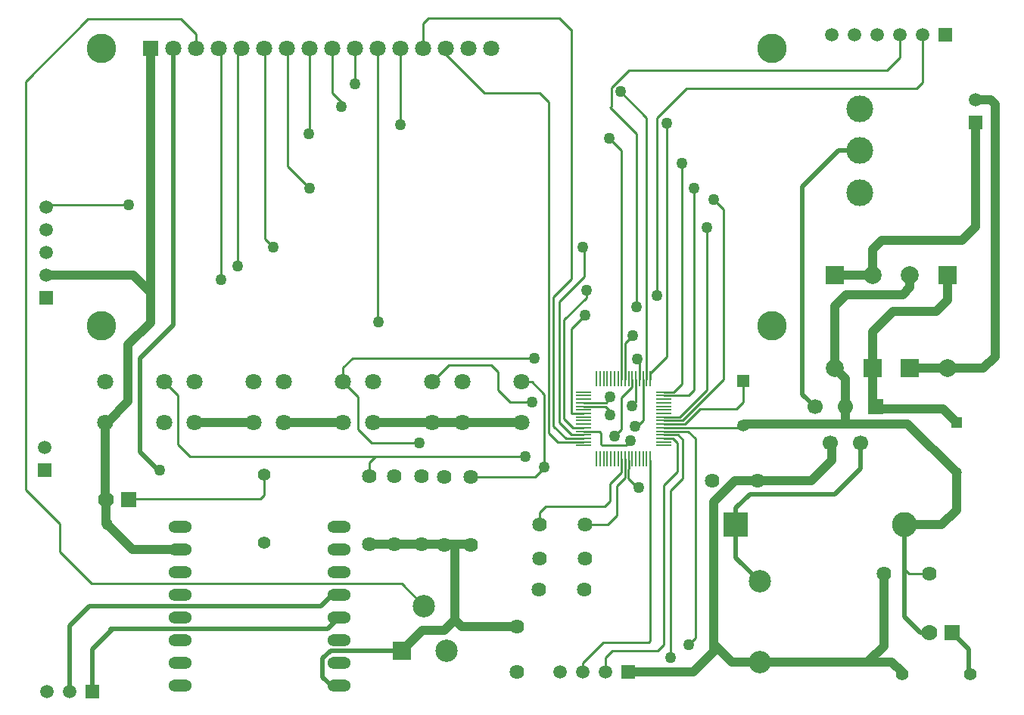
<source format=gtl>
%FSLAX44Y44*%
%MOMM*%
G71*
G01*
G75*
G04 Layer_Physical_Order=1*
G04 Layer_Color=255*
%ADD10R,1.8000X0.2300*%
%ADD11O,0.2300X1.8000*%
%ADD12R,0.2300X1.8000*%
%ADD13C,1.0000*%
%ADD14C,0.2540*%
%ADD15C,0.5000*%
%ADD16O,2.6416X1.3208*%
%ADD17C,1.5000*%
%ADD18R,1.5000X1.5000*%
%ADD19R,1.5000X1.5000*%
%ADD20C,2.8000*%
%ADD21R,2.8000X2.8000*%
%ADD22C,1.4000*%
%ADD23C,1.6256*%
%ADD24C,1.7000*%
%ADD25R,1.7000X1.7000*%
%ADD26C,1.8000*%
%ADD27C,3.0000*%
%ADD28R,1.3500X1.3500*%
%ADD29C,1.3500*%
%ADD30R,2.0000X2.0000*%
%ADD31C,2.0000*%
%ADD32C,2.5000*%
%ADD33R,1.8000X1.8000*%
%ADD34C,1.8000*%
%ADD35R,1.7780X1.7780*%
%ADD36C,1.7780*%
%ADD37R,2.0000X2.0000*%
%ADD38C,1.2000*%
%ADD39R,1.2000X1.2000*%
%ADD40C,1.2700*%
%ADD41C,3.3000*%
D10*
X946390Y640070D02*
D03*
Y636070D02*
D03*
Y632070D02*
D03*
Y628070D02*
D03*
Y624070D02*
D03*
Y620070D02*
D03*
Y616070D02*
D03*
Y612070D02*
D03*
Y608070D02*
D03*
Y604070D02*
D03*
Y600070D02*
D03*
Y596070D02*
D03*
Y592070D02*
D03*
Y588070D02*
D03*
Y584070D02*
D03*
Y580070D02*
D03*
X1036390D02*
D03*
Y584070D02*
D03*
Y588070D02*
D03*
Y592070D02*
D03*
Y596070D02*
D03*
Y600070D02*
D03*
Y604070D02*
D03*
Y608070D02*
D03*
Y612070D02*
D03*
Y616070D02*
D03*
Y620070D02*
D03*
Y624070D02*
D03*
Y628070D02*
D03*
Y632070D02*
D03*
Y636070D02*
D03*
Y640070D02*
D03*
D11*
X961390Y565070D02*
D03*
D12*
X965390D02*
D03*
X969390D02*
D03*
X973390D02*
D03*
X977390D02*
D03*
X981390D02*
D03*
X985390D02*
D03*
X989390D02*
D03*
X993390D02*
D03*
X997390D02*
D03*
X1001390D02*
D03*
X1005390D02*
D03*
X1009390D02*
D03*
X1013390D02*
D03*
X1017390D02*
D03*
X1021390D02*
D03*
Y655070D02*
D03*
X1017390D02*
D03*
X1013390D02*
D03*
X1009390D02*
D03*
X1005390D02*
D03*
X1001390D02*
D03*
X997390D02*
D03*
X993390D02*
D03*
X989390D02*
D03*
X985390D02*
D03*
X981390D02*
D03*
X977390D02*
D03*
X973390D02*
D03*
X969390D02*
D03*
X965390D02*
D03*
X961390D02*
D03*
D13*
X802640Y469900D02*
X820420D01*
X802640Y384810D02*
Y469900D01*
X765810D02*
X802640D01*
X443220Y770890D02*
X462270Y751840D01*
Y1024610D01*
Y717540D02*
Y751840D01*
X345440Y770890D02*
X443220D01*
X437515Y692785D02*
X462270Y717540D01*
X437515Y629285D02*
Y692785D01*
X413880Y605650D02*
X437515Y629285D01*
X412750Y492760D02*
X414020Y491490D01*
X441960Y463550D01*
X1228000Y771120D02*
X1270000D01*
X1385570Y825500D02*
Y942340D01*
X1370330Y810260D02*
X1385570Y825500D01*
X1280160Y810260D02*
X1370330D01*
X1270000Y800100D02*
X1280160Y810260D01*
X1270000Y771120D02*
Y800100D01*
X1312000Y666520D02*
X1354000D01*
X1385570Y967740D02*
X1402080D01*
X1354000Y666520D02*
X1394230D01*
X1407160Y679450D01*
Y962660D01*
X1402080Y967740D02*
X1407160Y962660D01*
X1228000Y666520D02*
Y736510D01*
X1312000Y757010D02*
Y771120D01*
X1228000Y736510D02*
X1240790Y749300D01*
X1304290D01*
X1312000Y757010D01*
X1270000Y666520D02*
Y707390D01*
X1292860Y730250D01*
X1341120D01*
X1354000Y743130D01*
Y771120D01*
X1270000Y626770D02*
Y666520D01*
X1348900Y621030D02*
X1363980Y605950D01*
X1270000Y626770D02*
X1273520Y623250D01*
X1275740Y621030D02*
X1348900D01*
X1363980Y508000D02*
Y549750D01*
X1347470Y491490D02*
X1363980Y508000D01*
X1305780Y491490D02*
X1347470D01*
X1228000Y666520D02*
X1239520Y655000D01*
Y623250D02*
Y655000D01*
X1239520Y623250D02*
X1239520Y623250D01*
X1141730Y541020D02*
X1201420D01*
X1224280Y563880D01*
Y581490D01*
X1239520Y608330D02*
Y623250D01*
X1116330Y541020D02*
X1141730D01*
X1092200Y516890D02*
X1116330Y541020D01*
X766140Y373380D02*
X791210D01*
X743280Y350520D02*
X766140Y373380D01*
X611500Y605650D02*
X677500D01*
X511500D02*
X577500D01*
X411500Y520680D02*
Y605650D01*
Y520680D02*
X412750Y519430D01*
X411500Y605650D02*
X413880D01*
X711500D02*
X777500D01*
X1291590Y337820D02*
X1303020Y326390D01*
Y323850D02*
Y326390D01*
X777500Y605650D02*
X811500D01*
X877500D01*
X1309210Y604520D02*
X1363980Y549750D01*
X1243330Y604520D02*
Y604520D01*
X1309210D01*
X1239520Y608330D02*
X1243330Y604520D01*
X1282700Y355600D02*
Y436880D01*
X1266190Y339090D02*
X1282700Y355600D01*
X1266190Y337820D02*
Y339090D01*
X1144270Y337820D02*
X1266190D01*
X1291590D01*
X1127360Y604520D02*
X1243330D01*
X1125220Y602380D02*
X1127360Y604520D01*
X707390Y469900D02*
X735330D01*
X765810D01*
X791210Y373380D02*
X802640Y384810D01*
X810260Y377190D02*
X872490D01*
X802640Y384810D02*
X810260Y377190D01*
X441960Y463550D02*
X495300D01*
X412750Y492760D02*
Y519430D01*
X1112520Y337820D02*
X1144270D01*
X1092200Y358140D02*
X1112520Y337820D01*
X1092200Y358140D02*
Y516890D01*
Y349250D02*
Y358140D01*
X996950Y326390D02*
X1069340D01*
X1092200Y349250D01*
D14*
X1103630Y654050D02*
Y844550D01*
X1092200Y855980D02*
X1103630Y844550D01*
X1057650Y608070D02*
X1103630Y654050D01*
X1036390Y608070D02*
X1057650D01*
X1084580Y642620D02*
Y824230D01*
X1054030Y612070D02*
X1084580Y642620D01*
X1036390Y612070D02*
X1054030D01*
X1125220Y628650D02*
Y652380D01*
X1117600Y621030D02*
X1125220Y628650D01*
X1076960Y621030D02*
X1117600D01*
X1060000Y604070D02*
X1076960Y621030D01*
X1036390Y604070D02*
X1060000D01*
X345440Y847090D02*
X347980Y849630D01*
X438150D01*
X933330Y711200D02*
X948570Y726440D01*
X933330Y616070D02*
Y711200D01*
Y616070D02*
X946390D01*
X971050Y624070D02*
X975360Y619760D01*
X946390Y624070D02*
X971050D01*
X1064260Y356870D02*
X1071880Y364490D01*
Y588010D01*
X1063820Y596070D02*
X1071880Y588010D01*
X1036390Y596070D02*
X1063820D01*
X1052580Y592070D02*
X1057910Y586740D01*
X1036390Y592070D02*
X1052580D01*
X1057910Y543560D02*
Y586740D01*
X1043940Y529590D02*
X1057910Y543560D01*
X1043940Y342900D02*
Y529590D01*
X1005770Y600640D02*
X1013390Y608260D01*
X392430Y1057910D02*
X496570D01*
X322580Y988060D02*
X392430Y1057910D01*
X322580Y530860D02*
Y988060D01*
Y530860D02*
X360670Y492770D01*
Y461020D02*
Y492770D01*
Y461020D02*
X396240Y425450D01*
X1000760Y624840D02*
X1005390Y629470D01*
Y653800D01*
X1001390Y645790D02*
Y653800D01*
X989330Y633730D02*
X1001390Y645790D01*
X989330Y598170D02*
Y633730D01*
X981710Y590550D02*
X989330Y598170D01*
X1007158Y533400D02*
X1008380D01*
X996999Y543559D02*
X1007158Y533400D01*
X1004570Y601980D02*
Y605790D01*
X694690Y598170D02*
X709930Y582930D01*
X694690Y598170D02*
Y634460D01*
X677500Y651650D02*
X694690Y634460D01*
X1013390Y608260D02*
Y653800D01*
X713740Y567690D02*
X881380D01*
X506730D02*
X713740D01*
X707390Y561340D02*
X713740Y567690D01*
X707390Y546100D02*
Y561340D01*
X477500Y651650D02*
X492760Y636390D01*
Y581660D02*
Y636390D01*
Y581660D02*
X506730Y567690D01*
X777500Y651650D02*
X796410Y670560D01*
X843280D01*
X850900Y662940D01*
Y642620D02*
Y662940D01*
Y642620D02*
X864870Y628650D01*
X889000D01*
X677500Y651650D02*
Y667340D01*
X688340Y678180D01*
X891540D01*
X877500Y651650D02*
X877640Y651510D01*
X889000D01*
X902970Y637540D01*
X996999Y543559D02*
X997390Y563800D01*
X614670Y1024610D02*
X615950Y1023330D01*
Y892810D02*
Y1023330D01*
Y892810D02*
X640080Y868680D01*
X1070610Y642220D02*
Y868680D01*
X639445Y929005D02*
X640070Y929630D01*
Y1024610D01*
X1056640Y648970D02*
Y896620D01*
X665470Y975370D02*
Y1024610D01*
Y975370D02*
X675640Y965200D01*
Y960120D02*
Y965200D01*
X1040130Y679450D02*
Y941070D01*
X1021390Y660710D02*
X1040130Y679450D01*
X1021390Y653800D02*
Y660710D01*
X690870Y985530D02*
Y1024610D01*
X988060Y976630D02*
X1017390Y947300D01*
Y653800D02*
Y947300D01*
X716270Y720100D02*
Y1024610D01*
X993390Y694940D02*
X1002030Y703580D01*
X993390Y653800D02*
Y694940D01*
X741670Y1024610D02*
X741680Y1024600D01*
Y939800D02*
Y1024600D01*
X975360Y924560D02*
X989390Y910530D01*
Y653800D02*
Y910530D01*
X767070Y1052840D02*
X773410Y1059180D01*
X767070Y1024610D02*
Y1052840D01*
X908050Y594360D02*
X918210Y584200D01*
X908050Y594360D02*
Y965200D01*
X897890Y975360D02*
X908050Y965200D01*
X835660Y975360D02*
X897890D01*
X792470Y1018550D02*
X835660Y975360D01*
X792470Y1018550D02*
Y1024610D01*
X1051560Y551180D02*
Y582930D01*
X1036320Y535940D02*
X1051560Y551180D01*
X541020Y765810D02*
Y1022060D01*
X538470Y1024610D02*
X541020Y1022060D01*
X946390Y596070D02*
X964760D01*
X966470Y594360D01*
Y581660D02*
Y594360D01*
Y581660D02*
X967740Y580390D01*
X994410D01*
X999490Y585470D01*
X560070Y781050D02*
Y1020810D01*
X563870Y1024610D01*
X925200Y610230D02*
X935360Y600070D01*
X946390D01*
X913130Y601980D02*
Y746760D01*
X933450Y767080D01*
X933200Y592070D02*
X946390D01*
X925200Y610230D02*
Y720730D01*
X949960Y745490D01*
Y754380D01*
X919480Y605790D02*
X933200Y592070D01*
X919480Y605790D02*
Y741680D01*
X947420Y769620D01*
Y801370D01*
X946150Y802640D02*
X947420Y801370D01*
X590550Y811530D02*
X599440Y802640D01*
X590550Y811530D02*
Y1023330D01*
X589270Y1024610D02*
X590550Y1023330D01*
X589280Y524510D02*
Y553720D01*
X585470Y520700D02*
X589280Y524510D01*
X439420Y520700D02*
X585470D01*
X438150Y519430D02*
X439420Y520700D01*
X1005840Y735330D02*
Y929640D01*
X976630Y958850D02*
X1005840Y929640D01*
X976630Y958850D02*
X977900Y960120D01*
Y980838D01*
X997822Y1000760D01*
X1286510D01*
X1300480Y1014730D01*
Y1040130D01*
X946390Y628070D02*
X972130D01*
X976630Y632570D01*
Y635000D01*
X1028700Y748030D02*
Y947420D01*
X1061720Y980440D01*
X1319530D01*
X1325880Y986790D01*
Y1040130D01*
X1036390Y636070D02*
X1064460D01*
X1070610Y642220D01*
X1047750Y640080D02*
X1049020Y641350D01*
X1047740Y640070D02*
X1056640Y648970D01*
X1036390Y640070D02*
X1047740D01*
X927160Y588070D02*
X946390D01*
X913130Y601980D02*
X927100Y588010D01*
X918340Y584070D02*
X946390D01*
X496570Y1057910D02*
X513070Y1041410D01*
Y1024610D02*
Y1041410D01*
X396240Y425450D02*
X743350D01*
X768280Y400520D01*
X933450Y767080D02*
Y1046480D01*
X773410Y1059180D02*
X919480D01*
X932180Y1046480D02*
X933450D01*
X919480Y1059180D02*
X932180Y1046480D01*
X1009390Y653800D02*
Y655070D01*
Y674630D01*
X1275740Y621030D02*
X1276350Y620420D01*
X1273520Y623250D02*
X1275740Y621030D01*
X1310860Y436880D02*
X1333500D01*
X1305780Y441960D02*
X1310860Y436880D01*
X1036390Y600070D02*
X1120370D01*
X709930Y582930D02*
X763270D01*
X948690Y491490D02*
X974090D01*
X984250Y501650D01*
Y534670D01*
X993390Y543810D01*
Y565070D01*
X989390Y549970D02*
Y565070D01*
X976630Y537210D02*
X989390Y549970D01*
X976630Y518160D02*
Y537210D01*
X970280Y511810D02*
X976630Y518160D01*
X904240Y511810D02*
X970280D01*
X897890Y505460D02*
X904240Y511810D01*
X897890Y491490D02*
Y505460D01*
X892810Y544830D02*
X902970Y554990D01*
X820420Y544830D02*
X892810D01*
X1036390Y588070D02*
X1046420D01*
X1051560Y582930D01*
X902970Y554990D02*
Y556260D01*
Y637540D01*
X1029970Y350520D02*
X1036320Y356870D01*
Y535940D01*
X971550Y326390D02*
Y342900D01*
X979170Y350520D01*
X1029970D01*
X946150Y326390D02*
Y336550D01*
X969010Y359410D01*
X1019810D01*
X1021390Y360990D01*
Y563800D01*
D15*
X743066Y350306D02*
X743280Y350520D01*
X663785Y350306D02*
X743066D01*
X664544Y311150D02*
X673100D01*
X654852Y320842D02*
X664544Y311150D01*
X654852Y320842D02*
Y341373D01*
X663785Y350306D01*
X372110Y304800D02*
Y378460D01*
X393700Y400050D01*
X652780D01*
X665480Y412750D01*
X673100D01*
X420370Y374650D02*
X660400D01*
X417830D02*
X420370D01*
X397510Y351790D02*
X420370Y374650D01*
X397510Y304800D02*
Y351790D01*
X450850Y678180D02*
X487670Y715000D01*
Y1024610D01*
X450850Y572770D02*
Y678180D01*
Y572770D02*
X471170Y552450D01*
X1323340Y370840D02*
X1333500D01*
X1305780Y388400D02*
X1323340Y370840D01*
X1222520Y583250D02*
X1224280Y581490D01*
X1256520Y554210D02*
Y583250D01*
X1228090Y525780D02*
X1256520Y554210D01*
X1132840Y525780D02*
X1228090D01*
X1117380Y510320D02*
X1132840Y525780D01*
X1117380Y491490D02*
Y510320D01*
Y454710D02*
Y491490D01*
Y454710D02*
X1144270Y427820D01*
X1231890Y910580D02*
X1256030D01*
X1191260Y869950D02*
X1231890Y910580D01*
X1191260Y637510D02*
Y869950D01*
Y637510D02*
X1205520Y623250D01*
X1358900Y370840D02*
X1377950Y351790D01*
Y325120D02*
Y351790D01*
Y325120D02*
X1379220Y323850D01*
X1305780Y388400D02*
Y441960D01*
Y491490D01*
X660400Y374650D02*
X673100Y387350D01*
D16*
Y311150D02*
D03*
Y336550D02*
D03*
Y361950D02*
D03*
Y387350D02*
D03*
Y412750D02*
D03*
Y438150D02*
D03*
Y463550D02*
D03*
Y488950D02*
D03*
X495300D02*
D03*
Y463550D02*
D03*
Y438150D02*
D03*
Y412750D02*
D03*
Y387350D02*
D03*
Y361950D02*
D03*
Y336550D02*
D03*
Y311150D02*
D03*
D17*
X345440Y847090D02*
D03*
Y821690D02*
D03*
Y796290D02*
D03*
Y770890D02*
D03*
X372110Y304800D02*
D03*
X346710D02*
D03*
X1325880Y1040130D02*
D03*
X1300480D02*
D03*
X1275080D02*
D03*
X1249680D02*
D03*
X1224280D02*
D03*
X344170Y577850D02*
D03*
X1385570Y967740D02*
D03*
X971550Y326390D02*
D03*
X946150D02*
D03*
X920750D02*
D03*
D18*
X345440Y745490D02*
D03*
X344170Y552450D02*
D03*
X1385570Y942340D02*
D03*
D19*
X397510Y304800D02*
D03*
X1351280Y1040130D02*
D03*
X996950Y326390D02*
D03*
D20*
X1305780Y491490D02*
D03*
D21*
X1117380D02*
D03*
D22*
X1379220Y323850D02*
D03*
X1303020D02*
D03*
X589280Y547370D02*
D03*
Y471170D02*
D03*
D23*
X1282700Y436880D02*
D03*
X1333500D02*
D03*
X707390Y546100D02*
D03*
Y469900D02*
D03*
X735330D02*
D03*
Y546100D02*
D03*
X765810Y469900D02*
D03*
Y546100D02*
D03*
X791210Y468630D02*
D03*
Y544830D02*
D03*
X820420Y468630D02*
D03*
Y544830D02*
D03*
X872490Y326390D02*
D03*
Y377190D02*
D03*
X1090930Y541020D02*
D03*
X1141730D02*
D03*
X896620Y419100D02*
D03*
X947420D02*
D03*
X948690Y491490D02*
D03*
X897890D02*
D03*
X948690Y453390D02*
D03*
X897890D02*
D03*
D24*
X1205520Y623250D02*
D03*
X1222520Y583250D02*
D03*
X1239520Y623250D02*
D03*
X1256520Y583250D02*
D03*
D25*
X1273520Y623250D02*
D03*
D26*
X577500Y605650D02*
D03*
Y651650D02*
D03*
X511500Y605650D02*
D03*
Y651650D02*
D03*
X677500Y605650D02*
D03*
Y651650D02*
D03*
X611500Y605650D02*
D03*
Y651650D02*
D03*
X777500Y605650D02*
D03*
Y651650D02*
D03*
X711500Y605650D02*
D03*
Y651650D02*
D03*
X877500Y605650D02*
D03*
Y651650D02*
D03*
X811500Y605650D02*
D03*
Y651650D02*
D03*
X477500Y605650D02*
D03*
Y651650D02*
D03*
X411500Y605650D02*
D03*
Y651650D02*
D03*
D27*
X1256030Y957580D02*
D03*
Y863580D02*
D03*
Y910580D02*
D03*
D28*
X1125220Y652380D02*
D03*
D29*
X1125220Y602380D02*
D03*
D30*
X1228000Y771120D02*
D03*
X1312000Y666520D02*
D03*
X1354000Y771120D02*
D03*
X1270000Y666520D02*
D03*
D31*
X1228000D02*
D03*
X1312000Y771120D02*
D03*
X1354000Y666520D02*
D03*
X1270000Y771120D02*
D03*
D32*
X1144270Y427820D02*
D03*
Y337820D02*
D03*
X768280Y400520D02*
D03*
X793280Y350520D02*
D03*
D33*
X462270Y1024610D02*
D03*
D34*
X487670D02*
D03*
X513070D02*
D03*
X538470D02*
D03*
X563870D02*
D03*
X589270D02*
D03*
X614670D02*
D03*
X640070D02*
D03*
X665470D02*
D03*
X690870D02*
D03*
X716270D02*
D03*
X741670D02*
D03*
X767070D02*
D03*
X792470D02*
D03*
X817870D02*
D03*
X843270D02*
D03*
D35*
X1358900Y370840D02*
D03*
X438150Y519430D02*
D03*
D36*
X1333500Y370840D02*
D03*
X412750Y519430D02*
D03*
D37*
X743280Y350520D02*
D03*
D38*
X1363980Y549750D02*
D03*
D39*
Y605950D02*
D03*
D40*
X1092200Y855980D02*
D03*
X1084580Y824230D02*
D03*
X438150Y849630D02*
D03*
X948570Y726440D02*
D03*
X976630Y614680D02*
D03*
X1064260Y356870D02*
D03*
X1043940Y342900D02*
D03*
X981710Y590550D02*
D03*
X1008380Y533400D02*
D03*
X414020Y491490D02*
D03*
X1004570Y601980D02*
D03*
X763270Y582930D02*
D03*
X1000760Y624840D02*
D03*
X881380Y567690D02*
D03*
X889000Y628650D02*
D03*
X891540Y678180D02*
D03*
X640080Y868680D02*
D03*
X1070610D02*
D03*
X639445Y929005D02*
D03*
X1056640Y896620D02*
D03*
X675640Y960120D02*
D03*
X1040130Y941070D02*
D03*
X690880Y985520D02*
D03*
X988060Y976630D02*
D03*
X717550Y718820D02*
D03*
X1002030Y703580D02*
D03*
X741680Y939800D02*
D03*
X975360Y924560D02*
D03*
X541020Y765810D02*
D03*
X999490Y585470D02*
D03*
X560070Y781050D02*
D03*
X949960Y754380D02*
D03*
X946150Y802640D02*
D03*
X599440D02*
D03*
X472440Y552450D02*
D03*
X1005840Y735330D02*
D03*
X976630Y635000D02*
D03*
X1028700Y748030D02*
D03*
X1007110Y676910D02*
D03*
X902970Y556260D02*
D03*
D41*
X407270Y1024610D02*
D03*
X1157270D02*
D03*
Y714610D02*
D03*
X407270D02*
D03*
M02*

</source>
